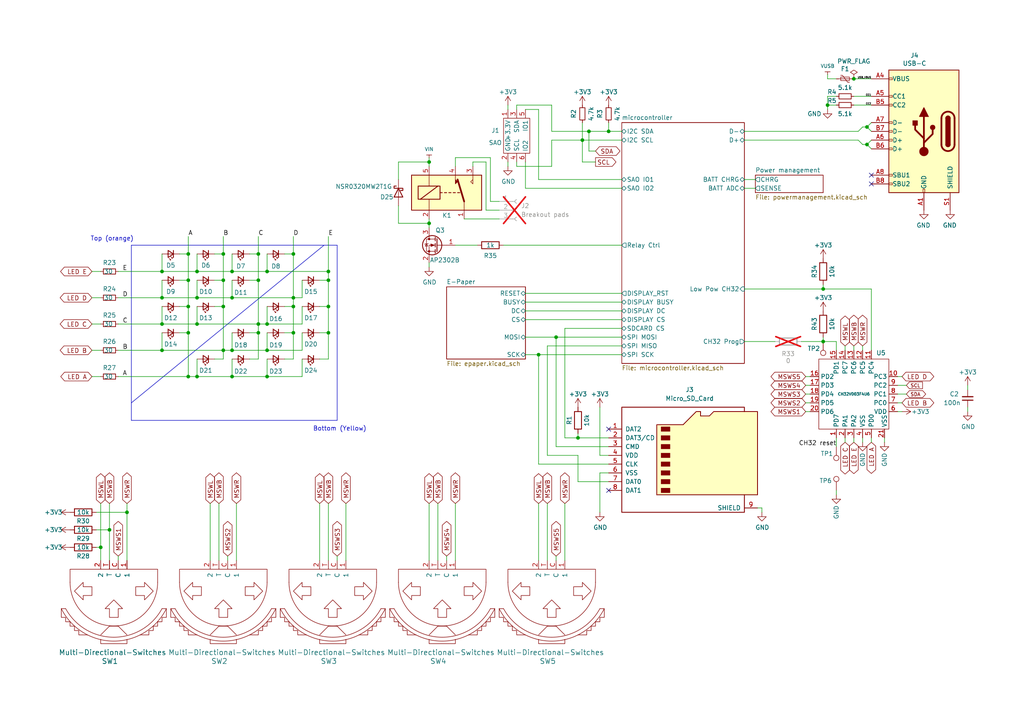
<source format=kicad_sch>
(kicad_sch (version 20230819) (generator eeschema)
  (paper "A4")
  (title_block (title "HackerHotel 2024 badge") (date "2023-10-11") (rev "1.1") (company "Nicolai Electronics x tilde.industries") (comment 1 "License: CERN Open Hardware Licence Version 2 - Permissive"))
  (junction (at 46.99 86.36))
  (junction (at 74.93 81.28))
  (junction (at 85.09 96.52))
  (junction (at 85.09 86.36))
  (junction (at 240.03 30.48))
  (junction (at 95.25 96.52))
  (junction (at 54.61 88.9))
  (junction (at 57.15 109.22))
  (junction (at 124.46 64.77))
  (junction (at 54.61 73.66))
  (junction (at 54.61 109.22))
  (junction (at 64.77 101.6))
  (junction (at 29.21 158.75))
  (junction (at 251.46 36.83))
  (junction (at 74.93 96.52))
  (junction (at 77.47 109.22))
  (junction (at 67.31 101.6))
  (junction (at 31.75 153.67))
  (junction (at 176.53 38.1))
  (junction (at 95.25 81.28))
  (junction (at 57.15 78.74))
  (junction (at 36.83 148.59))
  (junction (at 85.09 73.66))
  (junction (at 57.15 86.36))
  (junction (at 67.31 86.36))
  (junction (at 46.99 78.74))
  (junction (at 167.64 127))
  (junction (at 64.77 81.28))
  (junction (at 247.65 22.86))
  (junction (at 238.76 99.06))
  (junction (at 168.91 40.64))
  (junction (at 46.99 93.98))
  (junction (at 74.93 93.98))
  (junction (at 67.31 78.74))
  (junction (at 161.29 97.79))
  (junction (at 170.815 38.1))
  (junction (at 251.46 41.91))
  (junction (at 64.77 73.66))
  (junction (at 54.61 96.52))
  (junction (at 95.25 88.9))
  (junction (at 64.77 88.9))
  (junction (at 74.93 73.66))
  (junction (at 67.31 109.22))
  (junction (at 85.09 88.9))
  (junction (at 57.15 93.98))
  (junction (at 238.76 83.82))
  (junction (at 54.61 81.28))
  (junction (at 46.99 101.6))
  (junction (at 77.47 101.6))
  (junction (at 77.47 93.98))
  (junction (at 95.25 78.74))
  (junction (at 156.21 102.87))
  (junction (at 77.47 78.74))
  (junction (at 124.46 46.99))
  (no_connect (at 252.73 53.34))
  (no_connect (at 176.53 142.24))
  (no_connect (at 252.73 50.8))
  (no_connect (at 176.53 124.46))
  (wire (pts (xy 57.15 73.66) (xy 57.15 78.74)))
  (wire (pts (xy 134.62 63.5) (xy 144.78 63.5)))
  (wire (pts (xy 242.57 30.48) (xy 240.03 30.48)))
  (wire (pts (xy 215.9 83.82) (xy 238.76 83.82)))
  (wire (pts (xy 82.55 96.52) (xy 85.09 96.52)))
  (polyline (pts (xy 38.1 121.92) (xy 38.1 71.12)))
  (wire (pts (xy 87.63 86.36) (xy 87.63 81.28)))
  (wire (pts (xy 60.96 146.05) (xy 60.96 162.56)))
  (wire (pts (xy 92.71 81.28) (xy 95.25 81.28)))
  (wire (pts (xy 240.03 30.48) (xy 240.03 27.94)))
  (wire (pts (xy 36.83 148.59) (xy 36.83 146.05)))
  (wire (pts (xy 87.63 104.14) (xy 87.63 109.22)))
  (wire (pts (xy 163.83 127) (xy 167.64 127)))
  (wire (pts (xy 95.25 78.74) (xy 95.25 81.28)))
  (wire (pts (xy 158.75 100.33) (xy 180.34 100.33)))
  (wire (pts (xy 54.61 81.28) (xy 54.61 88.9)))
  (wire (pts (xy 74.93 68.58) (xy 74.93 73.66)))
  (wire (pts (xy 215.9 54.61) (xy 219.075 54.61)))
  (wire (pts (xy 82.55 73.66) (xy 85.09 73.66)))
  (wire (pts (xy 85.09 68.58) (xy 85.09 73.66)))
  (wire (pts (xy 215.9 38.1) (xy 248.92 38.1)))
  (wire (pts (xy 46.99 96.52) (xy 46.99 101.6)))
  (wire (pts (xy 68.58 146.05) (xy 68.58 162.56)))
  (wire (pts (xy 95.25 96.52) (xy 95.25 104.14)))
  (wire (pts (xy 248.92 40.64) (xy 250.19 41.91)))
  (wire (pts (xy 261.62 109.22) (xy 260.35 109.22)))
  (wire (pts (xy 168.91 40.64) (xy 180.34 40.64)))
  (wire (pts (xy 77.47 93.98) (xy 87.63 93.98)))
  (wire (pts (xy 95.25 68.58) (xy 95.25 78.74)))
  (wire (pts (xy 245.11 128.27) (xy 245.11 127)))
  (wire (pts (xy 149.86 46.99) (xy 149.86 48.26)))
  (wire (pts (xy 54.61 88.9) (xy 54.61 96.52)))
  (wire (pts (xy 256.54 128.27) (xy 256.54 127)))
  (wire (pts (xy 167.64 125.73) (xy 167.64 127)))
  (wire (pts (xy 46.99 88.9) (xy 46.99 93.98)))
  (wire (pts (xy 34.29 93.98) (xy 46.99 93.98)))
  (wire (pts (xy 158.75 132.08) (xy 167.64 132.08)))
  (wire (pts (xy 67.31 104.14) (xy 67.31 109.22)))
  (wire (pts (xy 238.76 83.82) (xy 238.76 82.55)))
  (wire (pts (xy 280.67 111.76) (xy 280.67 113.03)))
  (wire (pts (xy 62.23 88.9) (xy 64.77 88.9)))
  (wire (pts (xy 132.08 48.26) (xy 132.08 45.72)))
  (wire (pts (xy 63.5 146.05) (xy 63.5 162.56)))
  (wire (pts (xy 163.83 95.25) (xy 163.83 127)))
  (wire (pts (xy 27.94 148.59) (xy 36.83 148.59)))
  (wire (pts (xy 64.77 73.66) (xy 64.77 81.28)))
  (wire (pts (xy 160.02 38.1) (xy 160.02 30.48)))
  (polyline (pts (xy 38.1 116.84) (xy 93.98 71.12)))
  (wire (pts (xy 124.46 76.2) (xy 124.46 77.47)))
  (wire (pts (xy 137.16 48.26) (xy 137.16 46.99)))
  (wire (pts (xy 152.4 31.75) (xy 156.21 31.75)))
  (wire (pts (xy 158.75 146.05) (xy 158.75 162.56)))
  (wire (pts (xy 161.29 97.79) (xy 161.29 129.54)))
  (wire (pts (xy 215.9 99.06) (xy 224.79 99.06)))
  (wire (pts (xy 248.92 38.1) (xy 250.19 36.83)))
  (wire (pts (xy 240.03 22.86) (xy 242.57 22.86)))
  (wire (pts (xy 52.07 73.66) (xy 54.61 73.66)))
  (wire (pts (xy 233.68 119.38) (xy 234.95 119.38)))
  (wire (pts (xy 124.46 66.04) (xy 124.46 64.77)))
  (wire (pts (xy 152.4 102.87) (xy 156.21 102.87)))
  (wire (pts (xy 77.47 109.22) (xy 87.63 109.22)))
  (wire (pts (xy 167.64 132.08) (xy 167.64 139.7)))
  (wire (pts (xy 132.08 71.12) (xy 138.43 71.12)))
  (wire (pts (xy 67.31 96.52) (xy 67.31 101.6)))
  (wire (pts (xy 132.08 45.72) (xy 142.24 45.72)))
  (wire (pts (xy 156.21 52.07) (xy 180.34 52.07)))
  (wire (pts (xy 242.57 127) (xy 242.57 129.54)))
  (wire (pts (xy 233.68 109.22) (xy 234.95 109.22)))
  (wire (pts (xy 140.97 46.99) (xy 140.97 60.96)))
  (wire (pts (xy 152.4 85.09) (xy 180.34 85.09)))
  (wire (pts (xy 252.73 30.48) (xy 247.65 30.48)))
  (wire (pts (xy 238.76 97.79) (xy 238.76 99.06)))
  (wire (pts (xy 46.99 93.98) (xy 57.15 93.98)))
  (polyline (pts (xy 39.37 71.12) (xy 97.79 71.12)))
  (wire (pts (xy 152.4 90.17) (xy 180.34 90.17)))
  (wire (pts (xy 240.03 30.48) (xy 240.03 31.75)))
  (wire (pts (xy 124.46 63.5) (xy 124.46 64.77)))
  (wire (pts (xy 74.93 93.98) (xy 74.93 81.28)))
  (polyline (pts (xy 97.79 121.92) (xy 38.1 121.92)))
  (wire (pts (xy 46.99 101.6) (xy 64.77 101.6)))
  (wire (pts (xy 85.09 86.36) (xy 85.09 73.66)))
  (wire (pts (xy 31.75 146.05) (xy 31.75 153.67)))
  (wire (pts (xy 72.39 81.28) (xy 74.93 81.28)))
  (wire (pts (xy 115.57 52.07) (xy 115.57 46.99)))
  (wire (pts (xy 115.57 64.77) (xy 115.57 59.69)))
  (wire (pts (xy 152.4 87.63) (xy 180.34 87.63)))
  (wire (pts (xy 156.21 102.87) (xy 180.34 102.87)))
  (wire (pts (xy 26.67 101.6) (xy 29.21 101.6)))
  (wire (pts (xy 146.05 71.12) (xy 180.34 71.12)))
  (wire (pts (xy 74.93 96.52) (xy 74.93 104.14)))
  (wire (pts (xy 247.65 128.27) (xy 247.65 127)))
  (wire (pts (xy 173.99 118.11) (xy 173.99 132.08)))
  (wire (pts (xy 124.46 146.05) (xy 124.46 162.56)))
  (wire (pts (xy 160.02 30.48) (xy 149.86 30.48)))
  (wire (pts (xy 95.25 88.9) (xy 95.25 96.52)))
  (wire (pts (xy 62.23 73.66) (xy 64.77 73.66)))
  (wire (pts (xy 74.93 73.66) (xy 72.39 73.66)))
  (wire (pts (xy 160.02 38.1) (xy 170.815 38.1)))
  (wire (pts (xy 252.73 83.82) (xy 252.73 101.6)))
  (wire (pts (xy 252.73 128.27) (xy 252.73 127)))
  (wire (pts (xy 252.73 22.86) (xy 247.65 22.86)))
  (wire (pts (xy 161.29 161.29) (xy 161.29 162.56)))
  (wire (pts (xy 115.57 46.99) (xy 124.46 46.99)))
  (wire (pts (xy 280.67 119.38) (xy 280.67 118.11)))
  (wire (pts (xy 57.15 81.28) (xy 57.15 86.36)))
  (wire (pts (xy 176.53 38.1) (xy 180.34 38.1)))
  (wire (pts (xy 233.68 111.76) (xy 234.95 111.76)))
  (wire (pts (xy 74.93 96.52) (xy 74.93 93.98)))
  (wire (pts (xy 52.07 81.28) (xy 54.61 81.28)))
  (wire (pts (xy 250.19 101.6) (xy 250.19 100.33)))
  (wire (pts (xy 173.99 132.08) (xy 176.53 132.08)))
  (wire (pts (xy 74.93 93.98) (xy 77.47 93.98)))
  (wire (pts (xy 252.73 27.94) (xy 247.65 27.94)))
  (wire (pts (xy 77.47 73.66) (xy 77.47 78.74)))
  (wire (pts (xy 62.23 104.14) (xy 64.77 104.14)))
  (wire (pts (xy 152.4 54.61) (xy 152.4 46.99)))
  (wire (pts (xy 67.31 101.6) (xy 77.47 101.6)))
  (wire (pts (xy 156.21 102.87) (xy 156.21 134.62)))
  (wire (pts (xy 152.4 97.79) (xy 161.29 97.79)))
  (wire (pts (xy 64.77 104.14) (xy 64.77 101.6)))
  (wire (pts (xy 52.07 88.9) (xy 54.61 88.9)))
  (wire (pts (xy 26.67 109.22) (xy 29.21 109.22)))
  (wire (pts (xy 54.61 73.66) (xy 54.61 81.28)))
  (wire (pts (xy 34.29 78.74) (xy 46.99 78.74)))
  (wire (pts (xy 247.65 101.6) (xy 247.65 100.33)))
  (wire (pts (xy 140.97 60.96) (xy 144.78 60.96)))
  (wire (pts (xy 57.15 78.74) (xy 67.31 78.74)))
  (wire (pts (xy 233.68 114.3) (xy 234.95 114.3)))
  (wire (pts (xy 52.07 96.52) (xy 54.61 96.52)))
  (wire (pts (xy 163.83 146.05) (xy 163.83 162.56)))
  (wire (pts (xy 170.815 38.1) (xy 176.53 38.1)))
  (wire (pts (xy 215.9 40.64) (xy 248.92 40.64)))
  (wire (pts (xy 238.76 99.06) (xy 242.57 99.06)))
  (wire (pts (xy 46.99 78.74) (xy 57.15 78.74)))
  (wire (pts (xy 27.94 158.75) (xy 29.21 158.75)))
  (wire (pts (xy 260.35 111.76) (xy 262.89 111.76)))
  (wire (pts (xy 238.76 83.82) (xy 252.73 83.82)))
  (wire (pts (xy 97.79 161.29) (xy 97.79 162.56)))
  (wire (pts (xy 57.15 93.98) (xy 74.93 93.98)))
  (wire (pts (xy 160.02 48.26) (xy 160.02 40.64)))
  (wire (pts (xy 261.62 116.84) (xy 260.35 116.84)))
  (wire (pts (xy 251.46 41.91) (xy 252.73 40.64)))
  (wire (pts (xy 95.25 146.05) (xy 95.25 162.56)))
  (wire (pts (xy 160.02 40.64) (xy 168.91 40.64)))
  (wire (pts (xy 57.15 86.36) (xy 67.31 86.36)))
  (wire (pts (xy 170.815 38.1) (xy 170.815 43.815)))
  (wire (pts (xy 64.77 81.28) (xy 64.77 88.9)))
  (wire (pts (xy 54.61 109.22) (xy 57.15 109.22)))
  (wire (pts (xy 161.29 129.54) (xy 176.53 129.54)))
  (wire (pts (xy 29.21 162.56) (xy 29.21 158.75)))
  (wire (pts (xy 57.15 88.9) (xy 57.15 93.98)))
  (wire (pts (xy 85.09 88.9) (xy 85.09 96.52)))
  (wire (pts (xy 77.47 96.52) (xy 77.47 101.6)))
  (wire (pts (xy 132.08 146.05) (xy 132.08 162.56)))
  (wire (pts (xy 46.99 81.28) (xy 46.99 86.36)))
  (wire (pts (xy 124.46 46.99) (xy 124.46 48.26)))
  (wire (pts (xy 129.54 161.29) (xy 129.54 162.56)))
  (wire (pts (xy 67.31 86.36) (xy 85.09 86.36)))
  (wire (pts (xy 87.63 93.98) (xy 87.63 88.9)))
  (wire (pts (xy 173.99 137.16) (xy 173.99 148.59)))
  (wire (pts (xy 64.77 101.6) (xy 64.77 88.9)))
  (wire (pts (xy 167.64 127) (xy 176.53 127)))
  (wire (pts (xy 167.64 139.7) (xy 176.53 139.7)))
  (wire (pts (xy 176.53 35.56) (xy 176.53 38.1)))
  (wire (pts (xy 74.93 73.66) (xy 74.93 81.28)))
  (wire (pts (xy 156.21 146.05) (xy 156.21 162.56)))
  (wire (pts (xy 149.86 30.48) (xy 149.86 31.75)))
  (wire (pts (xy 85.09 88.9) (xy 85.09 86.36)))
  (wire (pts (xy 34.29 161.29) (xy 34.29 162.56)))
  (wire (pts (xy 251.46 36.83) (xy 252.73 35.56)))
  (wire (pts (xy 31.75 162.56) (xy 31.75 153.67)))
  (wire (pts (xy 220.98 147.32) (xy 220.98 148.59)))
  (wire (pts (xy 124.46 45.72) (xy 124.46 46.99)))
  (wire (pts (xy 251.46 41.91) (xy 250.19 41.91)))
  (wire (pts (xy 137.16 46.99) (xy 140.97 46.99)))
  (wire (pts (xy 250.19 36.83) (xy 251.46 36.83)))
  (wire (pts (xy 260.35 119.38) (xy 261.62 119.38)))
  (wire (pts (xy 29.21 158.75) (xy 29.21 146.05)))
  (wire (pts (xy 57.15 109.22) (xy 67.31 109.22)))
  (wire (pts (xy 240.03 27.94) (xy 242.57 27.94)))
  (wire (pts (xy 124.46 64.77) (xy 115.57 64.77)))
  (wire (pts (xy 85.09 96.52) (xy 85.09 104.14)))
  (wire (pts (xy 67.31 78.74) (xy 77.47 78.74)))
  (wire (pts (xy 240.03 21.59) (xy 240.03 22.86)))
  (wire (pts (xy 26.67 93.98) (xy 29.21 93.98)))
  (wire (pts (xy 26.67 78.74) (xy 29.21 78.74)))
  (wire (pts (xy 163.83 95.25) (xy 180.34 95.25)))
  (wire (pts (xy 72.39 96.52) (xy 74.93 96.52)))
  (wire (pts (xy 168.91 40.64) (xy 168.91 46.99)))
  (wire (pts (xy 215.9 52.07) (xy 219.075 52.07)))
  (wire (pts (xy 34.29 86.36) (xy 46.99 86.36)))
  (wire (pts (xy 251.46 41.91) (xy 252.73 43.18)))
  (wire (pts (xy 147.32 46.99) (xy 147.32 48.26)))
  (wire (pts (xy 173.99 137.16) (xy 176.53 137.16)))
  (wire (pts (xy 250.19 128.27) (xy 250.19 127)))
  (wire (pts (xy 92.71 88.9) (xy 95.25 88.9)))
  (wire (pts (xy 92.71 146.05) (xy 92.71 162.56)))
  (wire (pts (xy 168.91 35.56) (xy 168.91 40.64)))
  (wire (pts (xy 26.67 86.36) (xy 29.21 86.36)))
  (wire (pts (xy 219.71 147.32) (xy 220.98 147.32)))
  (wire (pts (xy 66.04 161.29) (xy 66.04 162.56)))
  (wire (pts (xy 260.35 114.3) (xy 262.89 114.3)))
  (wire (pts (xy 77.47 78.74) (xy 95.25 78.74)))
  (wire (pts (xy 77.47 88.9) (xy 77.47 93.98)))
  (wire (pts (xy 62.23 81.28) (xy 64.77 81.28)))
  (wire (pts (xy 180.34 54.61) (xy 152.4 54.61)))
  (wire (pts (xy 82.55 104.14) (xy 85.09 104.14)))
  (wire (pts (xy 34.29 109.22) (xy 54.61 109.22)))
  (wire (pts (xy 87.63 96.52) (xy 87.63 101.6)))
  (wire (pts (xy 168.91 46.99) (xy 172.72 46.99)))
  (wire (pts (xy 67.31 81.28) (xy 67.31 86.36)))
  (wire (pts (xy 149.86 48.26) (xy 160.02 48.26)))
  (wire (pts (xy 100.33 146.05) (xy 100.33 162.56)))
  (wire (pts (xy 142.24 58.42) (xy 144.78 58.42)))
  (wire (pts (xy 95.25 81.28) (xy 95.25 88.9)))
  (wire (pts (xy 142.24 45.72) (xy 142.24 58.42)))
  (wire (pts (xy 92.71 104.14) (xy 95.25 104.14)))
  (wire (pts (xy 36.83 148.59) (xy 36.83 162.56)))
  (wire (pts (xy 158.75 100.33) (xy 158.75 132.08)))
  (wire (pts (xy 54.61 96.52) (xy 54.61 109.22)))
  (wire (pts (xy 147.32 30.48) (xy 147.32 31.75)))
  (wire (pts (xy 156.21 134.62) (xy 176.53 134.62)))
  (wire (pts (xy 77.47 101.6) (xy 87.63 101.6)))
  (wire (pts (xy 242.57 99.06) (xy 242.57 101.6)))
  (wire (pts (xy 67.31 109.22) (xy 77.47 109.22)))
  (wire (pts (xy 54.61 68.58) (xy 54.61 73.66)))
  (wire (pts (xy 64.77 68.58) (xy 64.77 73.66)))
  (polyline (pts (xy 97.79 71.12) (xy 97.79 121.92)))
  (wire (pts (xy 85.09 86.36) (xy 87.63 86.36)))
  (wire (pts (xy 72.39 104.14) (xy 74.93 104.14)))
  (wire (pts (xy 251.46 36.83) (xy 252.73 38.1)))
  (wire (pts (xy 233.68 116.84) (xy 234.95 116.84)))
  (wire (pts (xy 152.4 92.71) (xy 180.34 92.71)))
  (wire (pts (xy 82.55 88.9) (xy 85.09 88.9)))
  (wire (pts (xy 31.75 153.67) (xy 27.94 153.67)))
  (wire (pts (xy 46.99 86.36) (xy 57.15 86.36)))
  (wire (pts (xy 57.15 104.14) (xy 57.15 109.22)))
  (wire (pts (xy 170.815 43.815) (xy 172.72 43.815)))
  (wire (pts (xy 64.77 101.6) (xy 67.31 101.6)))
  (wire (pts (xy 127 146.05) (xy 127 162.56)))
  (wire (pts (xy 46.99 78.74) (xy 46.99 73.66)))
  (wire (pts (xy 161.29 97.79) (xy 180.34 97.79)))
  (wire (pts (xy 242.57 143.51) (xy 242.57 142.24)))
  (wire (pts (xy 77.47 104.14) (xy 77.47 109.22)))
  (wire (pts (xy 156.21 31.75) (xy 156.21 52.07)))
  (wire (pts (xy 238.76 99.06) (xy 232.41 99.06)))
  (polyline (pts (xy 38.1 71.12) (xy 39.37 71.12)))
  (wire (pts (xy 67.31 73.66) (xy 67.31 78.74)))
  (wire (pts (xy 34.29 101.6) (xy 46.99 101.6)))
  (wire (pts (xy 245.11 101.6) (xy 245.11 100.33)))
  (wire (pts (xy 92.71 96.52) (xy 95.25 96.52)))
  (text "Top (orange)" (at 32.512 69.342 0) (effects (font (size 1.27 1.27))))
  (text "Bottom (Yellow)" (at 98.552 124.46 0) (effects (font (size 1.27 1.27))))
  (label "A" (at 35.56 109.22 0))
  (label "A" (at 54.61 68.58 0))
  (label "CC1" (at 252.73 27.94 180) (effects (font (size 0.508 0.508))))
  (label "CH32 reset" (at 242.57 129.54 180))
  (label "D" (at 35.56 86.36 0))
  (label "E" (at 35.56 78.74 0))
  (label "B" (at 64.77 68.58 0))
  (label "C" (at 35.56 93.98 0))
  (label "B" (at 35.56 101.6 0))
  (label "E" (at 95.25 68.58 0))
  (label "D" (at 85.09 68.58 0))
  (label "C" (at 74.93 68.58 0))
  (label "CC2" (at 252.73 30.48 180) (effects (font (size 0.508 0.508))))
  (label "USB_VBUS" (at 252.73 22.86 180) (effects (font (size 0.508 0.508))))
  (global_label "MSWR" (shape bidirectional) (at 132.08 146.05 90) (property "Intersheetrefs" "${INTERSHEET_REFS}" (effects hide)))
  (global_label "LED C" (shape bidirectional) (at 245.11 128.27 270) (property "Intersheetrefs" "${INTERSHEET_REFS}" (effects hide)))
  (global_label "SDA" (shape bidirectional) (at 262.89 114.3 0) (effects (font (size 1 1))) (property "Intersheetrefs" "${INTERSHEET_REFS}" (effects hide)))
  (global_label "MSWS1" (shape bidirectional) (at 233.68 119.38 180) (property "Intersheetrefs" "${INTERSHEET_REFS}" (effects hide)))
  (global_label "MSWB" (shape bidirectional) (at 158.75 146.05 90) (property "Intersheetrefs" "${INTERSHEET_REFS}" (effects hide)))
  (global_label "LED A" (shape bidirectional) (at 252.73 128.27 270) (property "Intersheetrefs" "${INTERSHEET_REFS}" (effects hide)))
  (global_label "MSWS3" (shape bidirectional) (at 233.68 114.3 180) (property "Intersheetrefs" "${INTERSHEET_REFS}" (effects hide)))
  (global_label "MSWS2" (shape bidirectional) (at 233.68 116.84 180) (property "Intersheetrefs" "${INTERSHEET_REFS}" (effects hide)))
  (global_label "MSWL" (shape bidirectional) (at 29.21 146.05 90) (property "Intersheetrefs" "${INTERSHEET_REFS}" (effects hide)))
  (global_label "MSWS5" (shape bidirectional) (at 161.29 161.29 90) (property "Intersheetrefs" "${INTERSHEET_REFS}" (effects hide)))
  (global_label "LED E" (shape bidirectional) (at 26.67 78.74 180) (property "Intersheetrefs" "${INTERSHEET_REFS}" (effects hide)))
  (global_label "MSWR" (shape bidirectional) (at 163.83 146.05 90) (property "Intersheetrefs" "${INTERSHEET_REFS}" (effects hide)))
  (global_label "LED B" (shape bidirectional) (at 26.67 101.6 180) (property "Intersheetrefs" "${INTERSHEET_REFS}" (effects hide)))
  (global_label "MSWS4" (shape bidirectional) (at 129.54 161.29 90) (property "Intersheetrefs" "${INTERSHEET_REFS}" (effects hide)))
  (global_label "MSWS1" (shape bidirectional) (at 34.29 161.29 90) (property "Intersheetrefs" "${INTERSHEET_REFS}" (effects hide)))
  (global_label "MSWB" (shape bidirectional) (at 63.5 146.05 90) (property "Intersheetrefs" "${INTERSHEET_REFS}" (effects hide)))
  (global_label "MSWS4" (shape bidirectional) (at 233.68 111.76 180) (property "Intersheetrefs" "${INTERSHEET_REFS}" (effects hide)))
  (global_label "MSWS5" (shape bidirectional) (at 233.68 109.22 180) (property "Intersheetrefs" "${INTERSHEET_REFS}" (effects hide)))
  (global_label "MSWL" (shape bidirectional) (at 92.71 146.05 90) (property "Intersheetrefs" "${INTERSHEET_REFS}" (effects hide)))
  (global_label "MSWB" (shape bidirectional) (at 247.65 100.33 90) (property "Intersheetrefs" "${INTERSHEET_REFS}" (effects hide)))
  (global_label "LED E" (shape bidirectional) (at 247.65 128.27 270) (property "Intersheetrefs" "${INTERSHEET_REFS}" (effects hide)))
  (global_label "SDA" (shape bidirectional) (at 172.72 43.815 0) (property "Intersheetrefs" "${INTERSHEET_REFS}" (effects hide)))
  (global_label "MSWB" (shape bidirectional) (at 95.25 146.05 90) (property "Intersheetrefs" "${INTERSHEET_REFS}" (effects hide)))
  (global_label "MSWL" (shape bidirectional) (at 245.11 100.33 90) (property "Intersheetrefs" "${INTERSHEET_REFS}" (effects hide)))
  (global_label "SCL" (shape input) (at 262.89 111.76 0) (effects (font (size 1 1))) (property "Intersheetrefs" "${INTERSHEET_REFS}" (effects hide)))
  (global_label "MSWR" (shape bidirectional) (at 250.19 100.33 90) (property "Intersheetrefs" "${INTERSHEET_REFS}" (effects hide)))
  (global_label "MSWB" (shape bidirectional) (at 127 146.05 90) (property "Intersheetrefs" "${INTERSHEET_REFS}" (effects hide)))
  (global_label "MSWR" (shape bidirectional) (at 36.83 146.05 90) (property "Intersheetrefs" "${INTERSHEET_REFS}" (effects hide)))
  (global_label "MSWL" (shape bidirectional) (at 156.21 146.05 90) (property "Intersheetrefs" "${INTERSHEET_REFS}" (effects hide)))
  (global_label "LED C" (shape bidirectional) (at 26.67 93.98 180) (property "Intersheetrefs" "${INTERSHEET_REFS}" (effects hide)))
  (global_label "SCL" (shape output) (at 172.72 46.99 0) (property "Intersheetrefs" "${INTERSHEET_REFS}" (effects hide)))
  (global_label "LED D" (shape bidirectional) (at 261.62 109.22 0) (property "Intersheetrefs" "${INTERSHEET_REFS}" (effects hide)))
  (global_label "LED D" (shape bidirectional) (at 26.67 86.36 180) (property "Intersheetrefs" "${INTERSHEET_REFS}" (effects hide)))
  (global_label "MSWR" (shape bidirectional) (at 68.58 146.05 90) (property "Intersheetrefs" "${INTERSHEET_REFS}" (effects hide)))
  (global_label "MSWL" (shape bidirectional) (at 60.96 146.05 90) (property "Intersheetrefs" "${INTERSHEET_REFS}" (effects hide)))
  (global_label "MSWB" (shape bidirectional) (at 31.75 146.05 90) (property "Intersheetrefs" "${INTERSHEET_REFS}" (effects hide)))
  (global_label "LED B" (shape bidirectional) (at 261.62 116.84 0) (property "Intersheetrefs" "${INTERSHEET_REFS}" (effects hide)))
  (global_label "MSWR" (shape bidirectional) (at 100.33 146.05 90) (property "Intersheetrefs" "${INTERSHEET_REFS}" (effects hide)))
  (global_label "MSWS3" (shape bidirectional) (at 97.79 161.29 90) (property "Intersheetrefs" "${INTERSHEET_REFS}" (effects hide)))
  (global_label "LED A" (shape bidirectional) (at 26.67 109.22 180) (property "Intersheetrefs" "${INTERSHEET_REFS}" (effects hide)))
  (global_label "MSWS2" (shape bidirectional) (at 66.04 161.29 90) (property "Intersheetrefs" "${INTERSHEET_REFS}" (effects hide)))
  (global_label "MSWL" (shape bidirectional) (at 124.46 146.05 90) (property "Intersheetrefs" "${INTERSHEET_REFS}" (effects hide)))
  (symbol (lib_id "symbols:USB_C_Receptacle_USB2.0-Connector") (at 267.97 38.1 0) (mirror y) (unit 1)
    (property "Reference" "J4" (at 265.2522 16.0782 0))
    (property "Value" "USB-C" (at 265.2522 18.3896 0))
    (property "Footprint" "tanoshii:USB_C_Receptacle_HRO_TYPE-C-31-M-12" (effects hide))
    (property "Datasheet" "https://datasheet.lcsc.com/lcsc/2108131730_Korean-Hroparts-Elec-TYPE-C-31-M-12_C165948.pdf" (effects hide))
    (property "LCSC" "C165948" (effects hide))
    (property "Link" "https://www.lcsc.com/product-detail/USB-Connectors_Korean-Hroparts-Elec-TYPE-C-31-M-12_C165948.html" (effects hide))
  )
  (symbol (lib_id "symbols2:GND") (at 267.97 60.96 0) (mirror y) (unit 1)
    (property "Reference" "#PWR019" (effects hide))
    (property "Value" "GND" (at 267.843 65.3542 0))
    (property "Description" "Power symbol creates a global label with name \"GND\" , ground" (effects hide))
  )
  (symbol (lib_id "symbols:R_Small-Device") (at 245.11 30.48 90) (mirror x) (unit 1)
    (property "Reference" "R5" (at 241.3 29.21 90))
    (property "Value" "5.1k" (at 245.11 33.02 90))
    (property "Footprint" "Resistor_SMD:R_0805_2012Metric" (effects hide))
    (property "Datasheet" "https://datasheet.lcsc.com/lcsc/2308241947_FOJAN-FRC0805J512TS_C2930296.pdf" (effects hide))
    (property "LCSC" "C2930296" (effects hide))
    (property "Link" "https://www.lcsc.com/product-detail/Chip-span-style-background-color-ff0-Resistor-span-Surface-Mount_FOJAN-FRC0805J512TS_C2930296.html" (effects hide))
  )
  (symbol (lib_id "symbols:R_Small-Device") (at 245.11 27.94 90) (mirror x) (unit 1)
    (property "Reference" "R4" (at 241.3 26.67 90))
    (property "Value" "5.1k" (at 245.11 25.4 90))
    (property "Footprint" "Resistor_SMD:R_0805_2012Metric" (effects hide))
    (property "Datasheet" "https://datasheet.lcsc.com/lcsc/2308241947_FOJAN-FRC0805J512TS_C2930296.pdf" (effects hide))
    (property "LCSC" "C2930296" (effects hide))
    (property "Link" "https://www.lcsc.com/product-detail/Chip-span-style-background-color-ff0-Resistor-span-Surface-Mount_FOJAN-FRC0805J512TS_C2930296.html" (effects hide))
  )
  (symbol (lib_id "symbols2:GND") (at 240.03 31.75 0) (mirror y) (unit 1)
    (property "Reference" "#PWR016" (effects hide))
    (property "Value" "GND" (at 236.22 33.02 0))
    (property "Description" "Power symbol creates a global label with name \"GND\" , ground" (effects hide))
  )
  (symbol (lib_id "symbols2:VUSB-vusb") (at 240.03 21.59 0) (mirror y) (unit 1)
    (property "Reference" "#PWR015" (effects hide))
    (property "Value" "VUSB" (at 240.03 19.1516 0) (effects (font (size 1.016 1.016))))
  )
  (symbol (lib_id "symbols2:GND") (at 275.59 60.96 0) (mirror y) (unit 1)
    (property "Reference" "#PWR020" (effects hide))
    (property "Value" "GND" (at 275.463 65.3542 0))
    (property "Description" "Power symbol creates a global label with name \"GND\" , ground" (effects hide))
  )
  (symbol (lib_id "symbols:Polyfuse_Small-Device") (at 245.11 22.86 90) (mirror x) (unit 1)
    (property "Reference" "F1" (at 245.11 19.9898 90))
    (property "Value" "1A" (effects hide))
    (property "Footprint" "tanoshii:Fuse_0805_2012Metric" (effects hide))
    (property "Datasheet" "https://datasheet.lcsc.com/lcsc/1810161745_Brightking-Elec--TAIWAN-SMD0805B110TF_C269107.pdf" (effects hide))
    (property "LCSC" "C269107" (effects hide))
    (property "Link" "https://www.lcsc.com/product-detail/Resettable-Fuses_Brightking-SMD0805B110TF_C269107.html" (effects hide))
  )
  (symbol (lib_id "symbols:R") (at 228.6 99.06 90) (unit 1) (in_bom no) (dnp yes)
    (property "Reference" "R33" (at 228.6 102.616 90))
    (property "Value" "0" (at 228.6 104.648 90))
    (property "Footprint" "Resistor_SMD:R_0805_2012Metric" (effects hide))
    (property "Datasheet" "https://datasheet.lcsc.com/lcsc/2308241947_FOJAN-FRC0805P000-TS_C2907288.pdf" (effects hide))
    (property "LCSC" "C2907288" (effects hide))
    (property "Link" "https://www.lcsc.com/product-detail/Chip-span-style-background-color-ff0-Resistor-span-Surface-Mount_FOJAN-FRC0805P000-TS_C2907288.html" (effects hide))
  )
  (symbol (lib_id "symbols2:GND") (at 220.98 148.59 0) (unit 1)
    (property "Reference" "#PWR014" (effects hide))
    (property "Value" "GND" (at 221.107 152.9842 0))
    (property "Description" "Power symbol creates a global label with name \"GND\" , ground" (effects hide))
  )
  (symbol (lib_id "Connector:TestPoint") (at 242.57 142.24 0) (unit 1)
    (property "Reference" "TP6" (at 241.3 139.446 0) (effects (justify right)))
    (property "Value" "TestPoint" (effects hide))
    (property "Footprint" "TestPoint:TestPoint_Pad_1.0x1.0mm" (effects hide))
    (property "Description" "test point" (effects hide))
  )
  (symbol (lib_id "Device:LED_Small") (at 69.85 81.28 180) (unit 1)
    (property "Reference" "D11" (at 69.85 84.836 0))
    (property "Value" "LED_Small" (effects hide))
    (property "Footprint" "BamboulabFootprints:XL-1606UOC Side Sticker LED" (effects hide))
    (property "Datasheet" "https://datasheet.lcsc.com/lcsc/2211030000_XINGLIGHT-XL-1606UOC_C965861.pdf" (effects hide))
    (property "Link" "https://www.lcsc.com/product-detail/Light-Emitting-Diodes-LED_XINGLIGHT-XL-1606UOC_C965861.html" (effects hide))
    (property "LCSC" "C965861" (effects hide))
  )
  (symbol (lib_id "symbols2:GND") (at 147.32 48.26 0) (unit 1)
    (property "Reference" "#PWR07" (effects hide))
    (property "Value" "GND" (at 147.447 52.6542 0))
    (property "Description" "Power symbol creates a global label with name \"GND\" , ground" (effects hide))
  )
  (symbol (lib_id "Device:R_Small") (at 31.75 109.22 90) (unit 1)
    (property "Reference" "R27" (at 31.75 106.68 90))
    (property "Value" "30" (at 32.766 109.22 90) (effects (justify left)))
    (property "Footprint" "Resistor_SMD:R_0805_2012Metric" (effects hide))
    (property "Datasheet" "https://datasheet.lcsc.com/lcsc/2205311900_UNI-ROYAL-Uniroyal-Elec-0805W8J0300T5E_C25305.pdf" (effects hide))
    (property "LCSC" "C25305" (effects hide))
    (property "Link" "https://www.lcsc.com/product-detail/Chip-Resistor-Surface-Mount_UNI-ROYAL-Uniroyal-Elec-0805W8J0300T5E_C25305.html" (effects hide))
  )
  (symbol (lib_id "symbols2:+3.3V") (at 238.76 90.17 0) (unit 1)
    (property "Reference" "#PWR080" (effects hide))
    (property "Value" "+3V3" (at 238.76 86.36 0))
    (property "Description" "Power symbol creates a global label with name \"+3.3V\"" (effects hide))
  )
  (symbol (lib_id "symbols:R_Small-Device") (at 168.91 33.02 0) (mirror x) (unit 1)
    (property "Reference" "R2" (at 166.37 33.02 90))
    (property "Value" "4.7k" (at 171.45 33.02 90))
    (property "Footprint" "Resistor_SMD:R_0805_2012Metric" (effects hide))
    (property "Datasheet" "https://datasheet.lcsc.com/lcsc/2308241947_FOJAN-FRC0805J472-TS_C2907326.pdf" (effects hide))
    (property "LCSC" "C2907326" (effects hide))
    (property "Link" "https://www.lcsc.com/product-detail/Chip-span-style-background-color-ff0-Resistor-span-Surface-Mount_FOJAN-FRC0805J472-TS_C2907326.html" (effects hide))
  )
  (symbol (lib_id "symbols2:PWR_FLAG") (at 247.65 22.86 0) (unit 1)
    (property "Reference" "#FLG01" (effects hide))
    (property "Value" "PWR_FLAG" (at 247.65 17.78 0))
  )
  (symbol (lib_id "symbols2:+3.3V") (at 168.91 30.48 0) (unit 1)
    (property "Reference" "#PWR010" (effects hide))
    (property "Value" "+3V3" (at 168.91 26.67 0))
    (property "Description" "Power symbol creates a global label with name \"+3.3V\"" (effects hide))
  )
  (symbol (lib_id "symbols:R") (at 167.64 121.92 0) (mirror y) (unit 1)
    (property "Reference" "R1" (at 165.1 121.92 90))
    (property "Value" "10k" (at 170.18 121.92 90))
    (property "Footprint" "Resistor_SMD:R_0805_2012Metric" (effects hide))
    (property "Datasheet" "https://datasheet.lcsc.com/lcsc/2208231730_VO-SCR0805J10K_C5140188.pdf" (effects hide))
    (property "LCSC" "C5140188 " (effects hide))
    (property "Link" "https://www.lcsc.com/product-detail/Chip-span-style-background-color-ff0-Resistor-span-Surface-Mount_VO-SCR0805J10K_C5140188.html" (effects hide))
  )
  (symbol (lib_id "symbols2:GND") (at 173.99 148.59 0) (unit 1)
    (property "Reference" "#PWR012" (effects hide))
    (property "Value" "GND" (at 174.117 152.9842 0))
    (property "Description" "Power symbol creates a global label with name \"GND\" , ground" (effects hide))
  )
  (symbol (lib_id "symbols2:GND") (at 242.57 143.51 0) (unit 1)
    (property "Reference" "#PWR017" (effects hide))
    (property "Value" "GND" (at 242.57 148.59 90))
    (property "Description" "Power symbol creates a global label with name \"GND\" , ground" (effects hide))
  )
  (symbol (lib_id "Device:R_Small") (at 31.75 86.36 90) (unit 1)
    (property "Reference" "R24" (at 31.75 83.82 90))
    (property "Value" "30" (at 32.766 86.36 90) (effects (justify left)))
    (property "Footprint" "Resistor_SMD:R_0805_2012Metric" (effects hide))
    (property "Datasheet" "https://datasheet.lcsc.com/lcsc/2205311900_UNI-ROYAL-Uniroyal-Elec-0805W8J0300T5E_C25305.pdf" (effects hide))
    (property "LCSC" "C25305" (effects hide))
    (property "Link" "https://www.lcsc.com/product-detail/Chip-Resistor-Surface-Mount_UNI-ROYAL-Uniroyal-Elec-0805W8J0300T5E_C25305.html" (effects hide))
  )
  (symbol (lib_id "Device:LED_Small") (at 59.69 73.66 180) (unit 1)
    (property "Reference" "D6" (at 59.69 76.962 0))
    (property "Value" "LED_Small" (effects hide))
    (property "Footprint" "BamboulabFootprints:XL-1606UOC Side Sticker LED" (effects hide))
    (property "Datasheet" "https://datasheet.lcsc.com/lcsc/2211030000_XINGLIGHT-XL-1606UOC_C965861.pdf" (effects hide))
    (property "Link" "https://www.lcsc.com/product-detail/Light-Emitting-Diodes-LED_XINGLIGHT-XL-1606UOC_C965861.html" (effects hide))
    (property "LCSC" "C965861" (effects hide))
  )
  (symbol (lib_id "Device:LED_Small") (at 69.85 104.14 180) (unit 1)
    (property "Reference" "D22" (at 69.85 107.696 0))
    (property "Value" "LED_Small" (effects hide))
    (property "Footprint" "BamboulabFootprints:XL-1606UOC Side Sticker LED" (effects hide))
    (property "Datasheet" "https://datasheet.lcsc.com/lcsc/2211030000_XINGLIGHT-XL-1606UOC_C965861.pdf" (effects hide))
    (property "Link" "https://www.lcsc.com/product-detail/Light-Emitting-Diodes-LED_XINGLIGHT-XL-1606UOC_C965861.html" (effects hide))
    (property "LCSC" "C965861" (effects hide))
  )
  (symbol (lib_id "Device:LED_Small") (at 59.69 104.14 180) (unit 1)
    (property "Reference" "D21" (at 59.69 107.442 0))
    (property "Value" "LED_Small" (effects hide))
    (property "Footprint" "BamboulabFootprints:XL-1606UOC Side Sticker LED" (effects hide))
    (property "Datasheet" "https://datasheet.lcsc.com/lcsc/2211030000_XINGLIGHT-XL-1606UOC_C965861.pdf" (effects hide))
    (property "Link" "https://www.lcsc.com/product-detail/Light-Emitting-Diodes-LED_XINGLIGHT-XL-1606UOC_C965861.html" (effects hide))
    (property "LCSC" "C965861" (effects hide))
  )
  (symbol (lib_id "Connector:Conn_01x03_Socket") (at 149.86 60.96 0) (unit 1) (dnp yes)
    (property "Reference" "J2" (at 151.13 59.6899 0) (effects (justify left)))
    (property "Value" "Breakout pads" (at 151.13 62.2299 0) (effects (justify left)))
    (property "Footprint" "Connector_PinHeader_2.54mm:PinHeader_1x03_P2.54mm_Vertical" (effects hide))
    (property "Datasheet" "https://datasheet.lcsc.com/lcsc/2201121700_DEALON-DZ254R-11-03-63_C2935909.pdf" (effects hide))
    (property "Link" "https://www.lcsc.com/product-detail/span-style-background-color-ff0-Pin-span-Headers_DEALON-DZ254R-11-03-63_C2935909.html" (effects hide))
    (property "LCSC" "C2935909" (effects hide))
  )
  (symbol (lib_id "bambouLab:Multi_Directional_Switches_TM-2023") (at 96.52 168.91 180) (unit 1)
    (property "Reference" "SW3" (at 97.79 191.77 0) (effects (font (size 1.4986 1.4986)) (justify left)))
    (property "Value" "Multi-Directional-Switches" (at 111.76 189.23 0) (effects (font (size 1.4986 1.4986)) (justify left)))
    (property "Footprint" "BamboulabFootprints:TM-2023" (effects hide))
    (property "Datasheet" "https://datasheet.lcsc.com/lcsc/2110151630_XKB-Connectivity-TM-2023_C318951.pdf" (effects hide))
    (property "Link" "https://www.lcsc.com/product-detail/Multi-Directional-Switches_XKB-Connectivity-TM-2023_C318951.html" (effects hide))
    (property "LCSC" "C318951" (effects hide))
  )
  (symbol (lib_id "symbols2:+3.3V") (at 238.76 74.93 0) (unit 1)
    (property "Reference" "#PWR06" (effects hide))
    (property "Value" "+3V3" (at 238.76 71.12 0))
    (property "Description" "Power symbol creates a global label with name \"+3.3V\"" (effects hide))
  )
  (symbol (lib_id "Device:LED_Small") (at 90.17 81.28 180) (unit 1)
    (property "Reference" "D15" (at 90.17 84.582 0))
    (property "Value" "LED_Small" (effects hide))
    (property "Footprint" "BamboulabFootprints:XL-1606UOC Side Sticker LED" (effects hide))
    (property "Datasheet" "https://datasheet.lcsc.com/lcsc/2211030000_XINGLIGHT-XL-1606UOC_C965861.pdf" (effects hide))
    (property "Link" "https://www.lcsc.com/product-detail/Light-Emitting-Diodes-LED_XINGLIGHT-XL-1606UOC_C965861.html" (effects hide))
    (property "LCSC" "C965861" (effects hide))
  )
  (symbol (lib_id "symbols2:VIN-vin") (at 124.46 45.72 0) (unit 1)
    (property "Reference" "#PWR081" (effects hide))
    (property "Value" "VIN" (at 124.46 43.2816 0) (effects (font (size 1.016 1.016))))
  )
  (symbol (lib_id "Device:R_Small") (at 31.75 78.74 90) (unit 1)
    (property "Reference" "R23" (at 31.75 76.2 90))
    (property "Value" "30" (at 32.766 78.74 90) (effects (justify left)))
    (property "Footprint" "Resistor_SMD:R_0805_2012Metric" (effects hide))
    (property "Datasheet" "https://datasheet.lcsc.com/lcsc/2205311900_UNI-ROYAL-Uniroyal-Elec-0805W8J0300T5E_C25305.pdf" (effects hide))
    (property "LCSC" "C25305" (effects hide))
    (property "Link" "https://www.lcsc.com/product-detail/Chip-Resistor-Surface-Mount_UNI-ROYAL-Uniroyal-Elec-0805W8J0300T5E_C25305.html" (effects hide))
  )
  (symbol (lib_id "Connector:TestPoint") (at 238.76 99.06 180) (unit 1)
    (property "Reference" "TP2" (at 234.188 101.092 0) (effects (justify right)))
    (property "Value" "TestPoint" (effects hide))
    (property "Footprint" "TestPoint:TestPoint_Pad_1.0x1.0mm" (effects hide))
    (property "Description" "test point" (effects hide))
  )
  (symbol (lib_id "symbols:R") (at 24.13 158.75 90) (mirror x) (unit 1)
    (property "Reference" "R28" (at 24.13 161.29 90))
    (property "Value" "10k" (at 24.13 158.75 90))
    (property "Footprint" "Resistor_SMD:R_0805_2012Metric" (effects hide))
    (property "Datasheet" "https://datasheet.lcsc.com/lcsc/2208231730_VO-SCR0805J10K_C5140188.pdf" (effects hide))
    (property "LCSC" "C5140188 " (effects hide))
    (property "Link" "https://www.lcsc.com/product-detail/Chip-span-style-background-color-ff0-Resistor-span-Surface-Mount_VO-SCR0805J10K_C5140188.html" (effects hide))
  )
  (symbol (lib_id "symbols2:+3.3V") (at 261.62 119.38 270) (unit 1)
    (property "Reference" "#PWR099" (effects hide))
    (property "Value" "+3V3" (at 266.954 119.38 90))
    (property "Description" "Power symbol creates a global label with name \"+3.3V\"" (effects hide))
  )
  (symbol (lib_id "symbols:R") (at 238.76 93.98 0) (mirror y) (unit 1)
    (property "Reference" "R43" (at 236.22 93.98 90))
    (property "Value" "10k" (at 241.3 93.98 90))
    (property "Footprint" "Resistor_SMD:R_0805_2012Metric" (effects hide))
    (property "Datasheet" "https://datasheet.lcsc.com/lcsc/2208231730_VO-SCR0805J10K_C5140188.pdf" (effects hide))
    (property "LCSC" "C5140188 " (effects hide))
    (property "Link" "https://www.lcsc.com/product-detail/Chip-span-style-background-color-ff0-Resistor-span-Surface-Mount_VO-SCR0805J10K_C5140188.html" (effects hide))
  )
  (symbol (lib_id "Device:LED_Small") (at 80.01 73.66 180) (unit 1)
    (property "Reference" "D8" (at 80.01 77.216 0))
    (property "Value" "LED_Small" (effects hide))
    (property "Footprint" "BamboulabFootprints:XL-1606UOC Side Sticker LED" (effects hide))
    (property "Datasheet" "https://datasheet.lcsc.com/lcsc/2211030000_XINGLIGHT-XL-1606UOC_C965861.pdf" (effects hide))
    (property "Link" "https://www.lcsc.com/product-detail/Light-Emitting-Diodes-LED_XINGLIGHT-XL-1606UOC_C965861.html" (effects hide))
    (property "LCSC" "C965861" (effects hide))
  )
  (symbol (lib_id "Device:R_Small") (at 31.75 93.98 90) (unit 1)
    (property "Reference" "R25" (at 31.75 91.44 90))
    (property "Value" "30" (at 32.766 93.98 90) (effects (justify left)))
    (property "Footprint" "Resistor_SMD:R_0805_2012Metric" (effects hide))
    (property "Datasheet" "https://datasheet.lcsc.com/lcsc/2205311900_UNI-ROYAL-Uniroyal-Elec-0805W8J0300T5E_C25305.pdf" (effects hide))
    (property "LCSC" "C25305" (effects hide))
    (property "Link" "https://www.lcsc.com/product-detail/Chip-Resistor-Surface-Mount_UNI-ROYAL-Uniroyal-Elec-0805W8J0300T5E_C25305.html" (effects hide))
  )
  (symbol (lib_id "symbols:R_Small-Device") (at 176.53 33.02 0) (mirror x) (unit 1)
    (property "Reference" "R3" (at 173.99 33.02 90))
    (property "Value" "4.7k" (at 179.07 33.02 90))
    (property "Footprint" "Resistor_SMD:R_0805_2012Metric" (effects hide))
    (property "Datasheet" "https://datasheet.lcsc.com/lcsc/2308241947_FOJAN-FRC0805J472-TS_C2907326.pdf" (effects hide))
    (property "LCSC" "C2907326" (effects hide))
    (property "Link" "https://www.lcsc.com/product-detail/Chip-span-style-background-color-ff0-Resistor-span-Surface-Mount_FOJAN-FRC0805J472-TS_C2907326.html" (effects hide))
  )
  (symbol (lib_id "Device:LED_Small") (at 90.17 88.9 180) (unit 1)
    (property "Reference" "D17" (at 90.17 92.202 0))
    (property "Value" "LED_Small" (effects hide))
    (property "Footprint" "BamboulabFootprints:XL-1606UOC Side Sticker LED" (effects hide))
    (property "Datasheet" "https://datasheet.lcsc.com/lcsc/2211030000_XINGLIGHT-XL-1606UOC_C965861.pdf" (effects hide))
    (property "Link" "https://www.lcsc.com/product-detail/Light-Emitting-Diodes-LED_XINGLIGHT-XL-1606UOC_C965861.html" (effects hide))
    (property "LCSC" "C965861" (effects hide))
  )
  (symbol (lib_id "symbols2:+3.3V") (at 173.99 118.11 0) (unit 1)
    (property "Reference" "#PWR011" (effects hide))
    (property "Value" "+3V3" (at 173.99 114.3 0))
    (property "Description" "Power symbol creates a global label with name \"+3.3V\"" (effects hide))
  )
  (symbol (lib_id "symbols:D_Schottky") (at 115.57 55.88 90) (mirror x) (unit 1)
    (property "Reference" "D25" (at 110.236 57.15 90) (effects (justify right)))
    (property "Value" "NSR0320MW2T1G" (at 97.282 54.102 90) (effects (justify right)))
    (property "Footprint" "tanoshii:D_SOD-323" (effects hide))
    (property "Datasheet" "https://datasheet.lcsc.com/lcsc/1806150330_onsemi-NSR0320MW2T1G_C48192.pdf" (effects hide))
    (property "LCSC" "C48192" (effects hide))
    (property "Link" "https://www.lcsc.com/product-detail/Schottky-Barrier-Diodes-SBD_onsemi-NSR0320MW2T1G_C48192.html" (effects hide))
  )
  (symbol (lib_id "symbols2:+3.3V") (at 147.32 30.48 0) (unit 1)
    (property "Reference" "#PWR08" (effects hide))
    (property "Value" "+3V3" (at 147.32 26.67 0))
    (property "Description" "Power symbol creates a global label with name \"+3.3V\"" (effects hide))
  )
  (symbol (lib_id "Relay:SANYOU_SRD_Form_C") (at 129.54 55.88 0) (unit 1)
    (property "Reference" "K1" (at 128.27 62.484 0) (effects (justify left)))
    (property "Value" "SANYOU_SRD_Form_C" (effects hide))
    (property "Footprint" "BamboulabFootprints:HRS1H-S-DC3V" (effects hide))
    (property "Datasheet" "https://datasheet.lcsc.com/lcsc/1809291620_Zhejiang-HKE-HRS1H-S-DC3V_C136110.pdf" (effects hide))
    (property "Link" "https://www.lcsc.com/product-detail/Signal-Relays_Zhejiang-HKE-HRS1H-S-DC3V_C136110.html" (effects hide))
    (property "LCSC" "C136110" (effects hide))
  )
  (symbol (lib_id "symbols2:GND") (at 256.54 128.27 0) (unit 1)
    (property "Reference" "#PWR095" (effects hide))
    (property "Value" "GND" (at 256.54 133.35 90))
    (property "Description" "Power symbol creates a global label with name \"GND\" , ground" (effects hide))
  )
  (symbol (lib_id "Device:LED_Small") (at 80.01 88.9 180) (unit 1)
    (property "Reference" "D16" (at 80.01 92.456 0))
    (property "Value" "LED_Small" (effects hide))
    (property "Footprint" "BamboulabFootprints:XL-1606UOC Side Sticker LED" (effects hide))
    (property "Datasheet" "https://datasheet.lcsc.com/lcsc/2211030000_XINGLIGHT-XL-1606UOC_C965861.pdf" (effects hide))
    (property "Link" "https://www.lcsc.com/product-detail/Light-Emitting-Diodes-LED_XINGLIGHT-XL-1606UOC_C965861.html" (effects hide))
    (property "LCSC" "C965861" (effects hide))
  )
  (symbol (lib_id "Device:LED_Small") (at 80.01 96.52 180) (unit 1)
    (property "Reference" "D19" (at 80.01 100.076 0))
    (property "Value" "LED_Small" (effects hide))
    (property "Footprint" "BamboulabFootprints:XL-1606UOC Side Sticker LED" (effects hide))
    (property "Datasheet" "https://datasheet.lcsc.com/lcsc/2211030000_XINGLIGHT-XL-1606UOC_C965861.pdf" (effects hide))
    (property "Link" "https://www.lcsc.com/product-detail/Light-Emitting-Diodes-LED_XINGLIGHT-XL-1606UOC_C965861.html" (effects hide))
    (property "LCSC" "C965861" (effects hide))
  )
  (symbol (lib_id "symbols2:+3.3V") (at 20.32 158.75 90) (unit 1)
    (property "Reference" "#PWR01" (effects hide))
    (property "Value" "+3V3" (at 15.494 158.75 90))
    (property "Description" "Power symbol creates a global label with name \"+3.3V\"" (effects hide))
  )
  (symbol (lib_id "Device:LED_Small") (at 49.53 73.66 180) (unit 1)
    (property "Reference" "D5" (at 49.53 76.962 0))
    (property "Value" "LED_Small" (effects hide))
    (property "Footprint" "BamboulabFootprints:XL-1606UOC Side Sticker LED" (effects hide))
    (property "Datasheet" "https://datasheet.lcsc.com/lcsc/2211030000_XINGLIGHT-XL-1606UOC_C965861.pdf" (effects hide))
    (property "Link" "https://www.lcsc.com/product-detail/Light-Emitting-Diodes-LED_XINGLIGHT-XL-1606UOC_C965861.html" (effects hide))
    (property "LCSC" "C965861" (effects hide))
  )
  (symbol (lib_id "Device:LED_Small") (at 49.53 81.28 180) (unit 1)
    (property "Reference" "D9" (at 49.53 84.582 0))
    (property "Value" "LED_Small" (effects hide))
    (property "Footprint" "BamboulabFootprints:XL-1606UOC Side Sticker LED" (effects hide))
    (property "Datasheet" "https://datasheet.lcsc.com/lcsc/2211030000_XINGLIGHT-XL-1606UOC_C965861.pdf" (effects hide))
    (property "Link" "https://www.lcsc.com/product-detail/Light-Emitting-Diodes-LED_XINGLIGHT-XL-1606UOC_C965861.html" (effects hide))
    (property "LCSC" "C965861" (effects hide))
  )
  (symbol (lib_id "symbols:R") (at 142.24 71.12 90) (unit 1)
    (property "Reference" "R35" (at 142.24 74.168 90))
    (property "Value" "1k" (at 142.24 71.12 90))
    (property "Footprint" "Resistor_SMD:R_0805_2012Metric" (effects hide))
    (property "Datasheet" "https://datasheet.lcsc.com/lcsc/2205131800_VO-SCR0805J1K_C3017842.pdf" (effects hide))
    (property "LCSC" "C3017842" (effects hide))
    (property "Link" "https://www.lcsc.com/product-detail/Chip-span-style-background-color-ff0-Resistor-span-Surface-Mount_VO-SCR0805J1K_C3017842.html" (effects hide))
  )
  (symbol (lib_id "Device:LED_Small") (at 59.69 81.28 180) (unit 1)
    (property "Reference" "D10" (at 59.69 84.582 0))
    (property "Value" "LED_Small" (effects hide))
    (property "Footprint" "BamboulabFootprints:XL-1606UOC Side Sticker LED" (effects hide))
    (property "Datasheet" "https://datasheet.lcsc.com/lcsc/2211030000_XINGLIGHT-XL-1606UOC_C965861.pdf" (effects hide))
    (property "Link" "https://www.lcsc.com/product-detail/Light-Emitting-Diodes-LED_XINGLIGHT-XL-1606UOC_C965861.html" (effects hide))
    (property "LCSC" "C965861" (effects hide))
  )
  (symbol (lib_id "vfd:C_Small") (at 280.67 115.57 0) (mirror x) (unit 1)
    (property "Reference" "C2" (at 278.13 114.2935 0) (effects (justify right)))
    (property "Value" "100n" (at 278.638 116.84 0) (effects (justify right)))
    (property "Footprint" "Capacitor_SMD:C_0805_2012Metric" (effects hide))
    (property "Datasheet" "https://datasheet.lcsc.com/lcsc/1912300933_TORCH-C0805B104K500NT_C476766.pdf" (effects hide))
    (property "LCSC" "C476766" (effects hide))
    (property "Link" "https://www.lcsc.com/product-detail/Multilayer-Ceramic-Capacitors-MLCC-SMD-SMT_TORCH-C0805B104K500NT_C476766.html" (effects hide))
  )
  (symbol (lib_id "symbols2:+3.3V") (at 280.67 111.76 0) (unit 1)
    (property "Reference" "#PWR097" (effects hide))
    (property "Value" "+3V3" (at 280.67 107.95 0))
    (property "Description" "Power symbol creates a global label with name \"+3.3V\"" (effects hide))
  )
  (symbol (lib_id "symbols:Micro_SD_Card") (at 199.39 132.08 0) (unit 1)
    (property "Reference" "J3" (at 200.025 113.03 0))
    (property "Value" "Micro_SD_Card" (at 200.025 115.57 0))
    (property "Footprint" "tanoshii:MicroSD-SOFNG-TF-002-H18" (effects hide))
    (property "Datasheet" "http://katalog.we-online.de/em/datasheet/693072010801.pdf" (effects hide))
    (property "LCSC" "C125814" (effects hide))
    (property "Link" "https://www.lcsc.com/product-detail/SD-Card-Connectors_SOFNG-TF-002X-H18_C125814.html" (effects hide))
  )
  (symbol (lib_id "Device:R_Small") (at 31.75 101.6 90) (unit 1)
    (property "Reference" "R26" (at 31.75 99.06 90))
    (property "Value" "30" (at 32.766 101.6 90) (effects (justify left)))
    (property "Footprint" "Resistor_SMD:R_0805_2012Metric" (effects hide))
    (property "Datasheet" "https://datasheet.lcsc.com/lcsc/2205311900_UNI-ROYAL-Uniroyal-Elec-0805W8J0300T5E_C25305.pdf" (effects hide))
    (property "LCSC" "C25305" (effects hide))
    (property "Link" "https://www.lcsc.com/product-detail/Chip-Resistor-Surface-Mount_UNI-ROYAL-Uniroyal-Elec-0805W8J0300T5E_C25305.html" (effects hide))
  )
  (symbol (lib_id "vfd:CH32V003F4U6") (at 247.65 114.3 90) (unit 1)
    (property "Reference" "U5" (at 255.524 102.362 90))
    (property "Value" "CH32V003F4U6" (at 247.65 114.3 90) (effects (font (size 0.8 0.8))))
    (property "Footprint" "vfd:QFN-20-1EP_3x3mm_P0.4mm_EP1.65x1.65mm" (effects hide))
    (property "Datasheet" "https://datasheet.lcsc.com/lcsc/2302231730_WCH-Jiangsu-Qin-Heng-CH32V003F4U6_C5299908.pdf" (effects hide))
    (property "LCSC" "C5299908" (effects hide))
    (property "Link" "https://www.lcsc.com/product-detail/Microcontroller-Units-MCUs-MPUs-SOCs_WCH-Jiangsu-Qin-Heng-CH32V003F4U6_C5299908.html" (effects hide))
  )
  (symbol (lib_id "symbols2:GND") (at 124.46 77.47 0) (unit 1)
    (property "Reference" "#PWR082" (effects hide))
    (property "Value" "GND" (at 124.587 81.8642 0))
    (property "Description" "Power symbol creates a global label with name \"GND\" , ground" (effects hide))
  )
  (symbol (lib_id "symbols2:GND") (at 250.19 128.27 0) (unit 1)
    (property "Reference" "#PWR096" (effects hide))
    (property "Value" "GND" (at 250.19 133.35 90))
    (property "Description" "Power symbol creates a global label with name \"GND\" , ground" (effects hide))
  )
  (symbol (lib_id "symbols2:+3.3V") (at 20.32 153.67 90) (unit 1)
    (property "Reference" "#PWR02" (effects hide))
    (property "Value" "+3V3" (at 15.494 153.67 90))
    (property "Description" "Power symbol creates a global label with name \"+3.3V\"" (effects hide))
  )
  (symbol (lib_id "symbols2:+3.3V") (at 167.64 118.11 0) (unit 1)
    (property "Reference" "#PWR09" (effects hide))
    (property "Value" "+3V3" (at 167.64 114.3 0))
    (property "Description" "Power symbol creates a global label with name \"+3.3V\"" (effects hide))
  )
  (symbol (lib_id "Device:LED_Small") (at 90.17 104.14 180) (unit 1)
    (property "Reference" "D24" (at 90.17 107.442 0))
    (property "Value" "LED_Small" (effects hide))
    (property "Footprint" "BamboulabFootprints:XL-1606UOC Side Sticker LED" (effects hide))
    (property "Datasheet" "https://datasheet.lcsc.com/lcsc/2211030000_XINGLIGHT-XL-1606UOC_C965861.pdf" (effects hide))
    (property "Link" "https://www.lcsc.com/product-detail/Light-Emitting-Diodes-LED_XINGLIGHT-XL-1606UOC_C965861.html" (effects hide))
    (property "LCSC" "C965861" (effects hide))
  )
  (symbol (lib_id "bambouLab:Multi_Directional_Switches_TM-2023") (at 33.02 168.91 180) (unit 1)
    (property "Reference" "SW1" (at 34.29 191.77 0) (effects (font (size 1.4986 1.4986)) (justify left)))
    (property "Value" "Multi-Directional-Switches" (at 48.26 189.23 0) (effects (font (size 1.4986 1.4986)) (justify left)))
    (property "Footprint" "BamboulabFootprints:TM-2023" (effects hide))
    (property "Datasheet" "https://datasheet.lcsc.com/lcsc/2110151630_XKB-Connectivity-TM-2023_C318951.pdf" (effects hide))
    (property "Link" "https://www.lcsc.com/product-detail/Multi-Directional-Switches_XKB-Connectivity-TM-2023_C318951.html" (effects hide))
    (property "LCSC" "C318951" (effects hide))
  )
  (symbol (lib_id "symbols:R") (at 238.76 78.74 0) (mirror y) (unit 1)
    (property "Reference" "R34" (at 236.22 78.74 90))
    (property "Value" "10k" (at 241.3 78.74 90))
    (property "Footprint" "Resistor_SMD:R_0805_2012Metric" (effects hide))
    (property "Datasheet" "https://datasheet.lcsc.com/lcsc/2208231730_VO-SCR0805J10K_C5140188.pdf" (effects hide))
    (property "LCSC" "C5140188 " (effects hide))
    (property "Link" "https://www.lcsc.com/product-detail/Chip-span-style-background-color-ff0-Resistor-span-Surface-Mount_VO-SCR0805J10K_C5140188.html" (effects hide))
  )
  (symbol (lib_id "symbols:R") (at 24.13 153.67 90) (mirror x) (unit 1)
    (property "Reference" "R29" (at 24.13 156.21 90))
    (property "Value" "10k" (at 24.13 153.67 90))
    (property "Footprint" "Resistor_SMD:R_0805_2012Metric" (effects hide))
    (property "Datasheet" "https://datasheet.lcsc.com/lcsc/2208231730_VO-SCR0805J10K_C5140188.pdf" (effects hide))
    (property "LCSC" "C5140188 " (effects hide))
    (property "Link" "https://www.lcsc.com/product-detail/Chip-span-style-background-color-ff0-Resistor-span-Surface-Mount_VO-SCR0805J10K_C5140188.html" (effects hide))
  )
  (symbol (lib_id "symbols2:+3.3V") (at 20.32 148.59 90) (unit 1)
    (property "Reference" "#PWR03" (effects hide))
    (property "Value" "+3V3" (at 15.494 148.59 90))
    (property "Description" "Power symbol creates a global label with name \"+3.3V\"" (effects hide))
  )
  (symbol (lib_id "Device:LED_Small") (at 59.69 88.9 180) (unit 1)
    (property "Reference" "D13" (at 59.69 92.202 0))
    (property "Value" "LED_Small" (effects hide))
    (property "Footprint" "BamboulabFootprints:XL-1606UOC Side Sticker LED" (effects hide))
    (property "Datasheet" "https://datasheet.lcsc.com/lcsc/2211030000_XINGLIGHT-XL-1606UOC_C965861.pdf" (effects hide))
    (property "Link" "https://www.lcsc.com/product-detail/Light-Emitting-Diodes-LED_XINGLIGHT-XL-1606UOC_C965861.html" (effects hide))
    (property "LCSC" "C965861" (effects hide))
  )
  (symbol (lib_id "bambouLab:Multi_Directional_Switches_TM-2023") (at 160.02 168.91 180) (unit 1)
    (property "Reference" "SW5" (at 161.29 191.77 0) (effects (font (size 1.4986 1.4986)) (justify left)))
    (property "Value" "Multi-Directional-Switches" (at 175.26 189.23 0) (effects (font (size 1.4986 1.4986)) (justify left)))
    (property "Footprint" "BamboulabFootprints:TM-2023" (effects hide))
    (property "Datasheet" "https://datasheet.lcsc.com/lcsc/2110151630_XKB-Connectivity-TM-2023_C318951.pdf" (effects hide))
    (property "Link" "https://www.lcsc.com/product-detail/Multi-Directional-Switches_XKB-Connectivity-TM-2023_C318951.html" (effects hide))
    (property "LCSC" "C318951" (effects hide))
  )
  (symbol (lib_id "symbols:R") (at 24.13 148.59 90) (mirror x) (unit 1)
    (property "Reference" "R30" (at 24.13 151.13 90))
    (property "Value" "10k" (at 24.13 148.59 90))
    (property "Footprint" "Resistor_SMD:R_0805_2012Metric" (effects hide))
    (property "Datasheet" "https://datasheet.lcsc.com/lcsc/2208231730_VO-SCR0805J10K_C5140188.pdf" (effects hide))
    (property "LCSC" "C5140188 " (effects hide))
    (property "Link" "https://www.lcsc.com/product-detail/Chip-span-style-background-color-ff0-Resistor-span-Surface-Mount_VO-SCR0805J10K_C5140188.html" (effects hide))
  )
  (symbol (lib_id "symbols:Q_NMOS_GSD") (at 127 71.12 0) (mirror y) (unit 1)
    (property "Reference" "Q3" (at 129.032 66.802 0) (effects (justify left)))
    (property "Value" "AP2302B" (at 133.35 75.438 0) (effects (justify left)))
    (property "Footprint" "tanoshii:SOT-23" (effects hide))
    (property "Datasheet" "https://datasheet.lcsc.com/lcsc/1912111437_ALLPOWER-ShenZhen-Quan-Li-Semiconductor-AP2302B_C406812.pdf" (effects hide))
    (property "LCSC" "C406812" (effects hide))
    (property "Link" "https://www.lcsc.com/product-detail/MOSFETs_ALLPOWER-ShenZhen-Quan-Li-Semiconductor-AP2302B_C406812.html" (effects hide))
  )
  (symbol (lib_id "symbols2:GND") (at 280.67 119.38 0) (unit 1)
    (property "Reference" "#PWR087" (effects hide))
    (property "Value" "GND" (at 280.797 123.7742 0))
    (property "Description" "Power symbol creates a global label with name \"GND\" , ground" (effects hide))
  )
  (symbol (lib_id "bambouLab:Multi_Directional_Switches_TM-2023") (at 64.77 168.91 180) (unit 1)
    (property "Reference" "SW2" (at 66.04 191.77 0) (effects (font (size 1.4986 1.4986)) (justify left)))
    (property "Value" "Multi-Directional-Switches" (at 80.01 189.23 0) (effects (font (size 1.4986 1.4986)) (justify left)))
    (property "Footprint" "BamboulabFootprints:TM-2023" (effects hide))
    (property "Datasheet" "https://datasheet.lcsc.com/lcsc/2110151630_XKB-Connectivity-TM-2023_C318951.pdf" (effects hide))
    (property "Link" "https://www.lcsc.com/product-detail/Multi-Directional-Switches_XKB-Connectivity-TM-2023_C318951.html" (effects hide))
    (property "LCSC" "C318951" (effects hide))
  )
  (symbol (lib_id "bambouLab:SAO_connector") (at 149.86 39.37 0) (unit 1)
    (property "Reference" "J1" (at 142.494 37.846 0) (effects (justify left)))
    (property "Value" "SAO" (at 141.732 41.402 0) (effects (justify left)))
    (property "Footprint" "BamboulabFootprints:SAO2" (effects hide))
    (property "Datasheet" "https://datasheet.lcsc.com/lcsc/2105241721_Liansheng-FH-00517_C2829893.pdf" (effects hide))
    (property "Link" "https://www.lcsc.com/product-detail/Female-Headers_Liansheng-FH-00517_C2829893.html" (effects hide))
    (property "LCSC" "C2829893 " (effects hide))
  )
  (symbol (lib_id "Connector:TestPoint") (at 242.57 129.54 180) (unit 1)
    (property "Reference" "TP1" (at 237.998 131.572 0) (effects (justify right)))
    (property "Value" "TestPoint" (effects hide))
    (property "Footprint" "TestPoint:TestPoint_Pad_1.0x1.0mm" (effects hide))
    (property "Description" "test point" (effects hide))
  )
  (symbol (lib_id "Device:LED_Small") (at 49.53 96.52 180) (unit 1)
    (property "Reference" "D14" (at 49.53 99.822 0))
    (property "Value" "LED_Small" (effects hide))
    (property "Footprint" "BamboulabFootprints:XL-1606UOC Side Sticker LED" (effects hide))
    (property "Datasheet" "https://datasheet.lcsc.com/lcsc/2211030000_XINGLIGHT-XL-1606UOC_C965861.pdf" (effects hide))
    (property "Link" "https://www.lcsc.com/product-detail/Light-Emitting-Diodes-LED_XINGLIGHT-XL-1606UOC_C965861.html" (effects hide))
    (property "LCSC" "C965861" (effects hide))
  )
  (symbol (lib_id "Device:LED_Small") (at 69.85 96.52 180) (unit 1)
    (property "Reference" "D18" (at 69.85 100.076 0))
    (property "Value" "LED_Small" (effects hide))
    (property "Footprint" "BamboulabFootprints:XL-1606UOC Side Sticker LED" (effects hide))
    (property "Datasheet" "https://datasheet.lcsc.com/lcsc/2211030000_XINGLIGHT-XL-1606UOC_C965861.pdf" (effects hide))
    (property "Link" "https://www.lcsc.com/product-detail/Light-Emitting-Diodes-LED_XINGLIGHT-XL-1606UOC_C965861.html" (effects hide))
    (property "LCSC" "C965861" (effects hide))
  )
  (symbol (lib_id "Device:LED_Small") (at 49.53 88.9 180) (unit 1)
    (property "Reference" "D12" (at 49.53 92.202 0))
    (property "Value" "LED_Small" (effects hide))
    (property "Footprint" "BamboulabFootprints:XL-1606UOC Side Sticker LED" (effects hide))
    (property "Datasheet" "https://datasheet.lcsc.com/lcsc/2211030000_XINGLIGHT-XL-1606UOC_C965861.pdf" (effects hide))
    (property "Link" "https://www.lcsc.com/product-detail/Light-Emitting-Diodes-LED_XINGLIGHT-XL-1606UOC_C965861.html" (effects hide))
    (property "LCSC" "C965861" (effects hide))
  )
  (symbol (lib_id "Device:LED_Small") (at 69.85 73.66 180) (unit 1)
    (property "Reference" "D7" (at 69.85 77.216 0))
    (property "Value" "LED_Small" (effects hide))
    (property "Footprint" "BamboulabFootprints:XL-1606UOC Side Sticker LED" (effects hide))
    (property "Datasheet" "https://datasheet.lcsc.com/lcsc/2211030000_XINGLIGHT-XL-1606UOC_C965861.pdf" (effects hide))
    (property "Link" "https://www.lcsc.com/product-detail/Light-Emitting-Diodes-LED_XINGLIGHT-XL-1606UOC_C965861.html" (effects hide))
    (property "LCSC" "C965861" (effects hide))
  )
  (symbol (lib_id "bambouLab:Multi_Directional_Switches_TM-2023") (at 128.27 168.91 180) (unit 1)
    (property "Reference" "SW4" (at 129.54 191.77 0) (effects (font (size 1.4986 1.4986)) (justify left)))
    (property "Value" "Multi-Directional-Switches" (at 143.51 189.23 0) (effects (font (size 1.4986 1.4986)) (justify left)))
    (property "Footprint" "BamboulabFootprints:TM-2023" (effects hide))
    (property "Datasheet" "https://datasheet.lcsc.com/lcsc/2110151630_XKB-Connectivity-TM-2023_C318951.pdf" (effects hide))
    (property "Link" "https://www.lcsc.com/product-detail/Multi-Directional-Switches_XKB-Connectivity-TM-2023_C318951.html" (effects hide))
    (property "LCSC" "C318951" (effects hide))
  )
  (symbol (lib_id "Device:LED_Small") (at 90.17 96.52 180) (unit 1)
    (property "Reference" "D20" (at 90.17 99.822 0))
    (property "Value" "LED_Small" (effects hide))
    (property "Footprint" "BamboulabFootprints:XL-1606UOC Side Sticker LED" (effects hide))
    (property "Datasheet" "https://datasheet.lcsc.com/lcsc/2211030000_XINGLIGHT-XL-1606UOC_C965861.pdf" (effects hide))
    (property "Link" "https://www.lcsc.com/product-detail/Light-Emitting-Diodes-LED_XINGLIGHT-XL-1606UOC_C965861.html" (effects hide))
    (property "LCSC" "C965861" (effects hide))
  )
  (symbol (lib_id "Device:LED_Small") (at 80.01 104.14 180) (unit 1)
    (property "Reference" "D23" (at 80.01 107.696 0))
    (property "Value" "LED_Small" (effects hide))
    (property "Footprint" "BamboulabFootprints:XL-1606UOC Side Sticker LED" (effects hide))
    (property "Datasheet" "https://datasheet.lcsc.com/lcsc/2211030000_XINGLIGHT-XL-1606UOC_C965861.pdf" (effects hide))
    (property "Link" "https://www.lcsc.com/product-detail/Light-Emitting-Diodes-LED_XINGLIGHT-XL-1606UOC_C965861.html" (effects hide))
    (property "LCSC" "C965861" (effects hide))
  )
  (symbol (lib_id "symbols2:+3.3V") (at 176.53 30.48 0) (unit 1)
    (property "Reference" "#PWR013" (effects hide))
    (property "Value" "+3V3" (at 176.53 26.67 0))
    (property "Description" "Power symbol creates a global label with name \"+3.3V\"" (effects hide))
  )
  (sheet (at 129.54 83.185) (size 22.86 20.955) (stroke (width 0.1524))
    (property "Sheetname" "E-Paper" (at 129.54 82.4734 0) (effects (justify left bottom)))
    (property "Sheetfile" "epaper.kicad_sch" (at 129.54 104.7246 0) (effects (justify left top)))
    (pin "BUSY" bidirectional (at 152.4 87.63 0))
    (pin "RESET" bidirectional (at 152.4 85.09 0))
    (pin "DC" bidirectional (at 152.4 90.17 0))
    (pin "CS" bidirectional (at 152.4 92.71 0))
    (pin "SCK" bidirectional (at 152.4 102.87 0))
    (pin "MOSI" bidirectional (at 152.4 97.79 0))
  )
  (sheet (at 180.34 35.56) (size 35.56 69.85) (stroke (width 0.1524))
    (property "Sheetname" "microcontroller" (at 180.34 34.8484 0) (effects (justify left bottom)))
    (property "Sheetfile" "microcontroller.kicad_sch" (at 180.34 105.9946 0) (effects (justify left top)))
    (pin "SPI MISO" bidirectional (at 180.34 100.33 180))
    (pin "SPI MOSI" bidirectional (at 180.34 97.79 180))
    (pin "SPI SCK" bidirectional (at 180.34 102.87 180))
    (pin "DISPLAY DC" bidirectional (at 180.34 90.17 180))
    (pin "DISPLAY BUSY" bidirectional (at 180.34 87.63 180))
    (pin "DISPLAY CS" bidirectional (at 180.34 92.71 180))
    (pin "D-" bidirectional (at 215.9 38.1 0))
    (pin "D+" bidirectional (at 215.9 40.64 0))
    (pin "SDCARD CS" bidirectional (at 180.34 95.25 180))
    (pin "BATT ADC" bidirectional (at 215.9 54.61 0))
    (pin "BATT CHRG" bidirectional (at 215.9 52.07 0))
    (pin "I2C SDA" bidirectional (at 180.34 38.1 180))
    (pin "I2C SCL" bidirectional (at 180.34 40.64 180))
    (pin "CH32 Prog" output (at 215.9 99.06 0))
    (pin "DISPLAY_RST" output (at 180.34 85.09 180))
    (pin "Low Pow CH32" input (at 215.9 83.82 0))
    (pin "SAO IO1" bidirectional (at 180.34 52.07 180))
    (pin "SAO IO2" bidirectional (at 180.34 54.61 180))
    (pin "Relay Ctrl" output (at 180.34 71.12 180))
  )
  (sheet (at 219.075 50.8) (size 19.685 5.08) (stroke (width 0.1524))
    (property "Sheetname" "Power management" (at 219.075 50.0884 0) (effects (justify left bottom)))
    (property "Sheetfile" "powermanagement.kicad_sch" (at 219.075 56.4646 0) (effects (justify left top)))
    (pin "SENSE" output (at 219.075 54.61 180))
    (pin "CHRG" output (at 219.075 52.07 180))
  )
)
</source>
